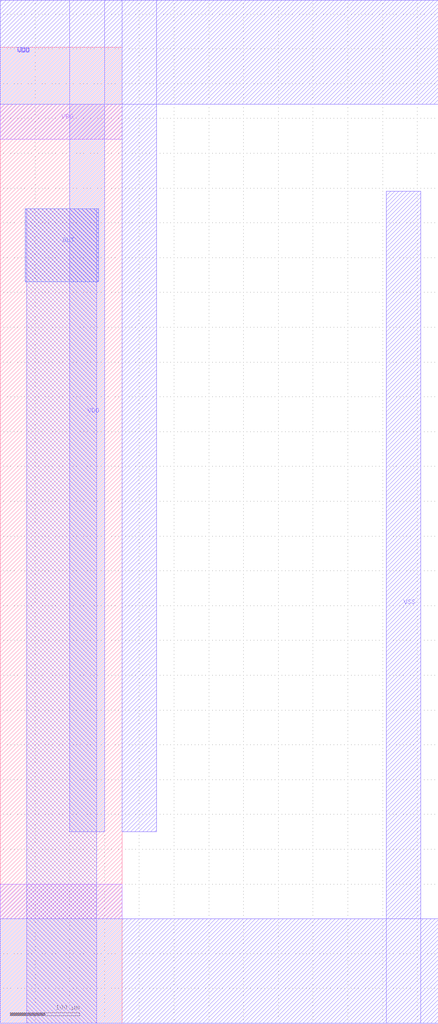
<source format=lef>
VERSION 5.8 ;
BUSBITCHARS "[]" ;
DIVIDERCHAR "/" ;

MACRO LOGIC0
  CLASS CORE ;
  ORIGIN 0 0 ;
  FOREIGN LOGIC0 0 0 ;
  SIZE 175 BY 1402 ;
  SYMMETRY X Y ;
  SITE std_site ;
  PIN VDD
    DIRECTION INOUT ;
    USE POWER ;
    PORT
      LAYER metal2 ;
        RECT 0 1320 630 1470 ;
        RECT 175 275 225 1470 ;
        RECT 100 275 150 1470 ;
    END
  END VDD
  PIN VSS
    DIRECTION INOUT ;
    USE GROUND ;
    SHAPE ABUTMENT ;
    PORT
      LAYER metal2 ;
        RECT 0 0 630 150 ;
        RECT 555 0 605 1195 ;
    END
  END VSS
  PIN OUT
    DIRECTION OUTPUT ;
    USE SIGNAL ;
    PORT
      LAYER metal3 ;
        RECT 36.25 1065 141.25 1170 ;
    END
  END OUT
  PIN VBG
    DIRECTION INOUT ;
    USE POWER ;
    PORT
      LAYER metal1 ;
        RECT 0 150 175 200 ;
        RECT 0 1270 175 1320 ;
    END
  END VBG
  OBS
    LAYER metal2 ;
      RECT 36.25 1065 141.25 1170 ;
      RECT 38.4 0 138.4 1170 ;
      RECT 37 1401 40.5 1402 ;
      RECT 41 1396 42 1401 ;
      RECT 40 1400.75 42 1401 ;
      RECT 40.5 1400.25 41 1401.75 ;
      RECT 37 1395 38 1402 ;
      RECT 40.5 1395.25 41 1396.75 ;
      RECT 40 1396 42 1396.25 ;
      RECT 37 1395 40.5 1396 ;
      RECT 31 1401 34.5 1402 ;
      RECT 35 1396 36 1401 ;
      RECT 34 1400.75 36 1401 ;
      RECT 34.5 1400.25 35 1401.75 ;
      RECT 31 1395 32 1402 ;
      RECT 34.5 1395.25 35 1396.75 ;
      RECT 34 1396 36 1396.25 ;
      RECT 31 1395 34.5 1396 ;
      RECT 29 1396.5 30 1402 ;
      RECT 25 1396.5 26 1402 ;
      RECT 28 1395.5 29 1397 ;
      RECT 26 1395.5 27 1397 ;
      RECT 27 1395 28 1396.25 ;
  END
END LOGIC0

END LIBRARY

</source>
